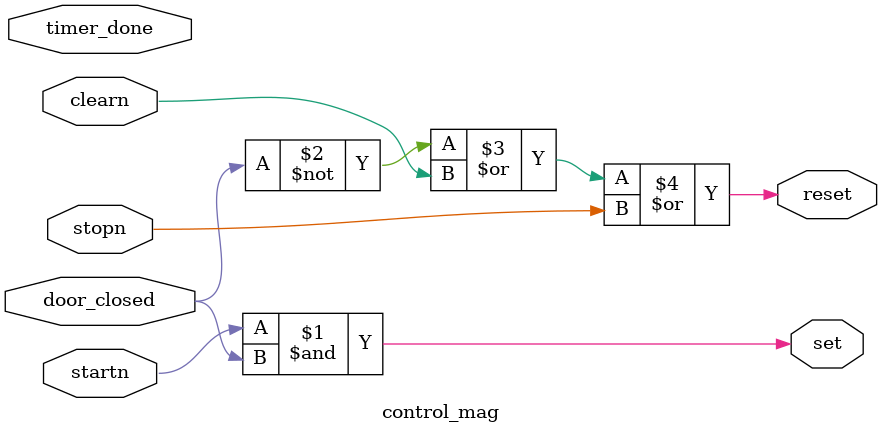
<source format=v>
module control_mag(input wire startn, stopn, clearn, door_closed, timer_done,
                  output wire set, reset);

  assign set = startn & door_closed ; //(~timer_done)
  assign reset = (~door_closed) | clearn | stopn ;//timer_done

endmodule
</source>
